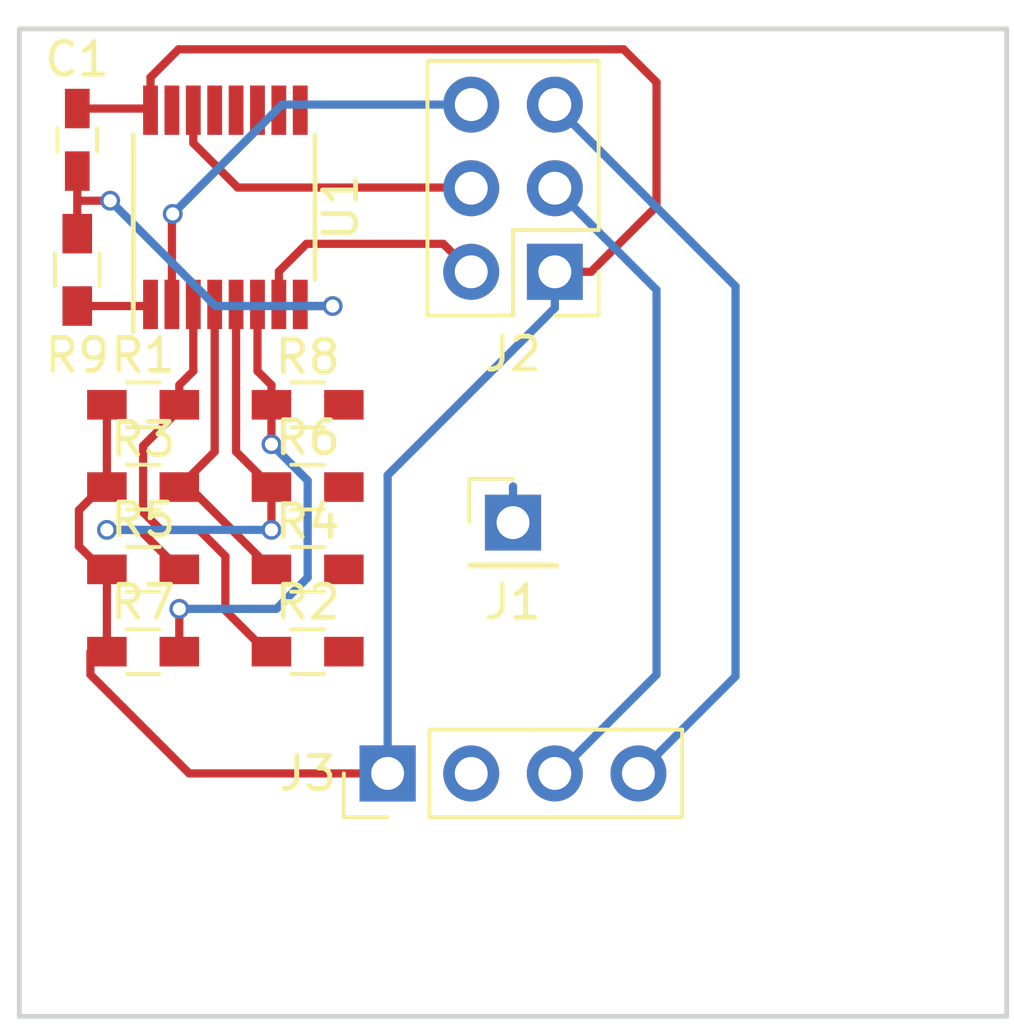
<source format=kicad_pcb>
(kicad_pcb (version 4) (host pcbnew 4.0.6)

  (general
    (links 29)
    (no_connects 1)
    (area 126.525 52.575 157.480001 83.820001)
    (thickness 1.6)
    (drawings 6)
    (tracks 96)
    (zones 0)
    (modules 14)
    (nets 19)
  )

  (page A4)
  (layers
    (0 F.Cu signal)
    (31 B.Cu signal)
    (32 B.Adhes user)
    (33 F.Adhes user)
    (34 B.Paste user)
    (35 F.Paste user)
    (36 B.SilkS user)
    (37 F.SilkS user)
    (38 B.Mask user)
    (39 F.Mask user)
    (40 Dwgs.User user)
    (41 Cmts.User user)
    (42 Eco1.User user)
    (43 Eco2.User user)
    (44 Edge.Cuts user)
    (45 Margin user)
    (46 B.CrtYd user)
    (47 F.CrtYd user)
    (48 B.Fab user)
    (49 F.Fab user)
  )

  (setup
    (last_trace_width 0.25)
    (trace_clearance 0.2)
    (zone_clearance 0.508)
    (zone_45_only no)
    (trace_min 0.2)
    (segment_width 0.2)
    (edge_width 0.15)
    (via_size 0.6)
    (via_drill 0.4)
    (via_min_size 0.4)
    (via_min_drill 0.3)
    (uvia_size 0.3)
    (uvia_drill 0.1)
    (uvias_allowed no)
    (uvia_min_size 0.2)
    (uvia_min_drill 0.1)
    (pcb_text_width 0.3)
    (pcb_text_size 1.5 1.5)
    (mod_edge_width 0.15)
    (mod_text_size 1 1)
    (mod_text_width 0.15)
    (pad_size 1.7 1.7)
    (pad_drill 1)
    (pad_to_mask_clearance 0.2)
    (aux_axis_origin 0 0)
    (visible_elements FFFFFF7F)
    (pcbplotparams
      (layerselection 0x00030_80000001)
      (usegerberextensions false)
      (excludeedgelayer true)
      (linewidth 0.100000)
      (plotframeref false)
      (viasonmask false)
      (mode 1)
      (useauxorigin false)
      (hpglpennumber 1)
      (hpglpenspeed 20)
      (hpglpendiameter 15)
      (hpglpenoverlay 2)
      (psnegative false)
      (psa4output false)
      (plotreference true)
      (plotvalue true)
      (plotinvisibletext false)
      (padsonsilk false)
      (subtractmaskfromsilk false)
      (outputformat 1)
      (mirror false)
      (drillshape 1)
      (scaleselection 1)
      (outputdirectory ""))
  )

  (net 0 "")
  (net 1 GND)
  (net 2 VCC)
  (net 3 /ID)
  (net 4 /D0)
  (net 5 /A0)
  (net 6 /D1)
  (net 7 /A1)
  (net 8 "Net-(R1-Pad2)")
  (net 9 "Net-(R3-Pad2)")
  (net 10 "Net-(R5-Pad2)")
  (net 11 "Net-(R7-Pad2)")
  (net 12 "Net-(R9-Pad1)")
  (net 13 "Net-(U1-Pad9)")
  (net 14 "Net-(U1-Pad10)")
  (net 15 "Net-(U1-Pad11)")
  (net 16 "Net-(U1-Pad12)")
  (net 17 "Net-(U1-Pad13)")
  (net 18 "Net-(U1-Pad15)")

  (net_class Default "Ceci est la Netclass par défaut"
    (clearance 0.2)
    (trace_width 0.25)
    (via_dia 0.6)
    (via_drill 0.4)
    (uvia_dia 0.3)
    (uvia_drill 0.1)
    (add_net /A0)
    (add_net /A1)
    (add_net /D0)
    (add_net /D1)
    (add_net /ID)
    (add_net GND)
    (add_net "Net-(R1-Pad2)")
    (add_net "Net-(R3-Pad2)")
    (add_net "Net-(R5-Pad2)")
    (add_net "Net-(R7-Pad2)")
    (add_net "Net-(R9-Pad1)")
    (add_net "Net-(U1-Pad10)")
    (add_net "Net-(U1-Pad11)")
    (add_net "Net-(U1-Pad12)")
    (add_net "Net-(U1-Pad13)")
    (add_net "Net-(U1-Pad15)")
    (add_net "Net-(U1-Pad9)")
    (add_net VCC)
  )

  (module Pin_Headers:Pin_Header_Straight_1x01_Pitch2.54mm (layer F.Cu) (tedit 58CD4EC1) (tstamp 58EE8E44)
    (at 142.24 68.58)
    (descr "Through hole straight pin header, 1x01, 2.54mm pitch, single row")
    (tags "Through hole pin header THT 1x01 2.54mm single row")
    (path /58EE9588)
    (fp_text reference J1 (at 0 2.42) (layer F.SilkS)
      (effects (font (size 1 1) (thickness 0.15)))
    )
    (fp_text value CONN_01X01 (at 0 2.33) (layer F.Fab)
      (effects (font (size 1 1) (thickness 0.15)))
    )
    (fp_line (start -1.27 -1.27) (end -1.27 1.27) (layer F.Fab) (width 0.1))
    (fp_line (start -1.27 1.27) (end 1.27 1.27) (layer F.Fab) (width 0.1))
    (fp_line (start 1.27 1.27) (end 1.27 -1.27) (layer F.Fab) (width 0.1))
    (fp_line (start 1.27 -1.27) (end -1.27 -1.27) (layer F.Fab) (width 0.1))
    (fp_line (start -1.33 1.27) (end -1.33 1.33) (layer F.SilkS) (width 0.12))
    (fp_line (start -1.33 1.33) (end 1.33 1.33) (layer F.SilkS) (width 0.12))
    (fp_line (start 1.33 1.33) (end 1.33 1.27) (layer F.SilkS) (width 0.12))
    (fp_line (start 1.33 1.27) (end -1.33 1.27) (layer F.SilkS) (width 0.12))
    (fp_line (start -1.33 0) (end -1.33 -1.33) (layer F.SilkS) (width 0.12))
    (fp_line (start -1.33 -1.33) (end 0 -1.33) (layer F.SilkS) (width 0.12))
    (fp_line (start -1.8 -1.8) (end -1.8 1.8) (layer F.CrtYd) (width 0.05))
    (fp_line (start -1.8 1.8) (end 1.8 1.8) (layer F.CrtYd) (width 0.05))
    (fp_line (start 1.8 1.8) (end 1.8 -1.8) (layer F.CrtYd) (width 0.05))
    (fp_line (start 1.8 -1.8) (end -1.8 -1.8) (layer F.CrtYd) (width 0.05))
    (fp_text user %R (at 0 2.42) (layer F.Fab)
      (effects (font (size 1 1) (thickness 0.15)))
    )
    (pad 1 thru_hole rect (at 0 0) (size 1.7 1.7) (drill 1) (layers *.Cu *.Mask)
      (net 1 GND))
    (model ${KISYS3DMOD}/Pin_Headers.3dshapes/Pin_Header_Straight_1x01_Pitch2.54mm.wrl
      (at (xyz 0 0 0))
      (scale (xyz 1 1 1))
      (rotate (xyz 0 0 90))
    )
  )

  (module Pin_Headers:Pin_Header_Straight_2x03_Pitch2.54mm (layer F.Cu) (tedit 58EE92D3) (tstamp 58EE8E4E)
    (at 143.51 60.96 180)
    (descr "Through hole straight pin header, 2x03, 2.54mm pitch, double rows")
    (tags "Through hole pin header THT 2x03 2.54mm double row")
    (path /58EE9727)
    (fp_text reference J2 (at 1.27 -2.5 180) (layer F.SilkS)
      (effects (font (size 1 1) (thickness 0.15)))
    )
    (fp_text value CONN_02X03 (at 1.27 7.41 180) (layer F.Fab)
      (effects (font (size 1 1) (thickness 0.15)))
    )
    (fp_line (start -1.27 -1.27) (end -1.27 6.35) (layer F.Fab) (width 0.1))
    (fp_line (start -1.27 6.35) (end 3.81 6.35) (layer F.Fab) (width 0.1))
    (fp_line (start 3.81 6.35) (end 3.81 -1.27) (layer F.Fab) (width 0.1))
    (fp_line (start 3.81 -1.27) (end -1.27 -1.27) (layer F.Fab) (width 0.1))
    (fp_line (start -1.33 1.27) (end -1.33 6.41) (layer F.SilkS) (width 0.12))
    (fp_line (start -1.33 6.41) (end 3.87 6.41) (layer F.SilkS) (width 0.12))
    (fp_line (start 3.87 6.41) (end 3.87 -1.33) (layer F.SilkS) (width 0.12))
    (fp_line (start 3.87 -1.33) (end 1.27 -1.33) (layer F.SilkS) (width 0.12))
    (fp_line (start 1.27 -1.33) (end 1.27 1.27) (layer F.SilkS) (width 0.12))
    (fp_line (start 1.27 1.27) (end -1.33 1.27) (layer F.SilkS) (width 0.12))
    (fp_line (start -1.33 0) (end -1.33 -1.33) (layer F.SilkS) (width 0.12))
    (fp_line (start -1.33 -1.33) (end 0 -1.33) (layer F.SilkS) (width 0.12))
    (fp_line (start -1.8 -1.8) (end -1.8 6.85) (layer F.CrtYd) (width 0.05))
    (fp_line (start -1.8 6.85) (end 4.35 6.85) (layer F.CrtYd) (width 0.05))
    (fp_line (start 4.35 6.85) (end 4.35 -1.8) (layer F.CrtYd) (width 0.05))
    (fp_line (start 4.35 -1.8) (end -1.8 -1.8) (layer F.CrtYd) (width 0.05))
    (fp_text user %R (at 1.27 -2.5 180) (layer F.Fab)
      (effects (font (size 1 1) (thickness 0.15)))
    )
    (pad 1 thru_hole rect (at 0 0 180) (size 1.7 1.7) (drill 1) (layers *.Cu *.Mask)
      (net 2 VCC))
    (pad 2 thru_hole oval (at 2.54 0 180) (size 1.7 1.7) (drill 1) (layers *.Cu *.Mask)
      (net 3 /ID))
    (pad 3 thru_hole oval (at 0 2.54 180) (size 1.7 1.7) (drill 1) (layers *.Cu *.Mask)
      (net 4 /D0))
    (pad 4 thru_hole oval (at 2.54 2.54 180) (size 1.7 1.7) (drill 1) (layers *.Cu *.Mask)
      (net 5 /A0))
    (pad 5 thru_hole oval (at 0 5.08 180) (size 1.7 1.7) (drill 1) (layers *.Cu *.Mask)
      (net 6 /D1))
    (pad 6 thru_hole oval (at 2.54 5.08 180) (size 1.7 1.7) (drill 1) (layers *.Cu *.Mask)
      (net 7 /A1))
    (model ${KISYS3DMOD}/Pin_Headers.3dshapes/Pin_Header_Straight_2x03_Pitch2.54mm.wrl
      (at (xyz 0.05 -0.1 0))
      (scale (xyz 1 1 1))
      (rotate (xyz 0 0 90))
    )
  )

  (module Resistors_SMD:R_0603_HandSoldering (layer F.Cu) (tedit 58E0A804) (tstamp 58EE8E54)
    (at 131 65)
    (descr "Resistor SMD 0603, hand soldering")
    (tags "resistor 0603")
    (path /58EE8B98)
    (attr smd)
    (fp_text reference R1 (at 0 -1.5) (layer F.SilkS)
      (effects (font (size 1 1) (thickness 0.15)))
    )
    (fp_text value R (at 0 1.55) (layer F.Fab)
      (effects (font (size 1 1) (thickness 0.15)))
    )
    (fp_text user %R (at 0 0) (layer F.Fab)
      (effects (font (size 0.5 0.5) (thickness 0.075)))
    )
    (fp_line (start -0.8 0.4) (end -0.8 -0.4) (layer F.Fab) (width 0.1))
    (fp_line (start 0.8 0.4) (end -0.8 0.4) (layer F.Fab) (width 0.1))
    (fp_line (start 0.8 -0.4) (end 0.8 0.4) (layer F.Fab) (width 0.1))
    (fp_line (start -0.8 -0.4) (end 0.8 -0.4) (layer F.Fab) (width 0.1))
    (fp_line (start 0.5 0.68) (end -0.5 0.68) (layer F.SilkS) (width 0.12))
    (fp_line (start -0.5 -0.68) (end 0.5 -0.68) (layer F.SilkS) (width 0.12))
    (fp_line (start -1.96 -0.7) (end 1.95 -0.7) (layer F.CrtYd) (width 0.05))
    (fp_line (start -1.96 -0.7) (end -1.96 0.7) (layer F.CrtYd) (width 0.05))
    (fp_line (start 1.95 0.7) (end 1.95 -0.7) (layer F.CrtYd) (width 0.05))
    (fp_line (start 1.95 0.7) (end -1.96 0.7) (layer F.CrtYd) (width 0.05))
    (pad 1 smd rect (at -1.1 0) (size 1.2 0.9) (layers F.Cu F.Paste F.Mask)
      (net 2 VCC))
    (pad 2 smd rect (at 1.1 0) (size 1.2 0.9) (layers F.Cu F.Paste F.Mask)
      (net 8 "Net-(R1-Pad2)"))
    (model ${KISYS3DMOD}/Resistors_SMD.3dshapes/R_0603.wrl
      (at (xyz 0 0 0))
      (scale (xyz 1 1 1))
      (rotate (xyz 0 0 0))
    )
  )

  (module Resistors_SMD:R_0603_HandSoldering (layer F.Cu) (tedit 58E0A804) (tstamp 58EE8E5A)
    (at 136 72.5)
    (descr "Resistor SMD 0603, hand soldering")
    (tags "resistor 0603")
    (path /58EE8A1B)
    (attr smd)
    (fp_text reference R2 (at 0 -1.5) (layer F.SilkS)
      (effects (font (size 1 1) (thickness 0.15)))
    )
    (fp_text value R (at 0 1.55) (layer F.Fab)
      (effects (font (size 1 1) (thickness 0.15)))
    )
    (fp_text user %R (at 0 0) (layer F.Fab)
      (effects (font (size 0.5 0.5) (thickness 0.075)))
    )
    (fp_line (start -0.8 0.4) (end -0.8 -0.4) (layer F.Fab) (width 0.1))
    (fp_line (start 0.8 0.4) (end -0.8 0.4) (layer F.Fab) (width 0.1))
    (fp_line (start 0.8 -0.4) (end 0.8 0.4) (layer F.Fab) (width 0.1))
    (fp_line (start -0.8 -0.4) (end 0.8 -0.4) (layer F.Fab) (width 0.1))
    (fp_line (start 0.5 0.68) (end -0.5 0.68) (layer F.SilkS) (width 0.12))
    (fp_line (start -0.5 -0.68) (end 0.5 -0.68) (layer F.SilkS) (width 0.12))
    (fp_line (start -1.96 -0.7) (end 1.95 -0.7) (layer F.CrtYd) (width 0.05))
    (fp_line (start -1.96 -0.7) (end -1.96 0.7) (layer F.CrtYd) (width 0.05))
    (fp_line (start 1.95 0.7) (end 1.95 -0.7) (layer F.CrtYd) (width 0.05))
    (fp_line (start 1.95 0.7) (end -1.96 0.7) (layer F.CrtYd) (width 0.05))
    (pad 1 smd rect (at -1.1 0) (size 1.2 0.9) (layers F.Cu F.Paste F.Mask)
      (net 8 "Net-(R1-Pad2)"))
    (pad 2 smd rect (at 1.1 0) (size 1.2 0.9) (layers F.Cu F.Paste F.Mask)
      (net 1 GND))
    (model ${KISYS3DMOD}/Resistors_SMD.3dshapes/R_0603.wrl
      (at (xyz 0 0 0))
      (scale (xyz 1 1 1))
      (rotate (xyz 0 0 0))
    )
  )

  (module Resistors_SMD:R_0603_HandSoldering (layer F.Cu) (tedit 58E0A804) (tstamp 58EE8E60)
    (at 131 67.5)
    (descr "Resistor SMD 0603, hand soldering")
    (tags "resistor 0603")
    (path /58EE8B6B)
    (attr smd)
    (fp_text reference R3 (at 0 -1.45) (layer F.SilkS)
      (effects (font (size 1 1) (thickness 0.15)))
    )
    (fp_text value R (at 0 1.55) (layer F.Fab)
      (effects (font (size 1 1) (thickness 0.15)))
    )
    (fp_text user %R (at 0 0) (layer F.Fab)
      (effects (font (size 0.5 0.5) (thickness 0.075)))
    )
    (fp_line (start -0.8 0.4) (end -0.8 -0.4) (layer F.Fab) (width 0.1))
    (fp_line (start 0.8 0.4) (end -0.8 0.4) (layer F.Fab) (width 0.1))
    (fp_line (start 0.8 -0.4) (end 0.8 0.4) (layer F.Fab) (width 0.1))
    (fp_line (start -0.8 -0.4) (end 0.8 -0.4) (layer F.Fab) (width 0.1))
    (fp_line (start 0.5 0.68) (end -0.5 0.68) (layer F.SilkS) (width 0.12))
    (fp_line (start -0.5 -0.68) (end 0.5 -0.68) (layer F.SilkS) (width 0.12))
    (fp_line (start -1.96 -0.7) (end 1.95 -0.7) (layer F.CrtYd) (width 0.05))
    (fp_line (start -1.96 -0.7) (end -1.96 0.7) (layer F.CrtYd) (width 0.05))
    (fp_line (start 1.95 0.7) (end 1.95 -0.7) (layer F.CrtYd) (width 0.05))
    (fp_line (start 1.95 0.7) (end -1.96 0.7) (layer F.CrtYd) (width 0.05))
    (pad 1 smd rect (at -1.1 0) (size 1.2 0.9) (layers F.Cu F.Paste F.Mask)
      (net 2 VCC))
    (pad 2 smd rect (at 1.1 0) (size 1.2 0.9) (layers F.Cu F.Paste F.Mask)
      (net 9 "Net-(R3-Pad2)"))
    (model ${KISYS3DMOD}/Resistors_SMD.3dshapes/R_0603.wrl
      (at (xyz 0 0 0))
      (scale (xyz 1 1 1))
      (rotate (xyz 0 0 0))
    )
  )

  (module Resistors_SMD:R_0603_HandSoldering (layer F.Cu) (tedit 58E0A804) (tstamp 58EE8E66)
    (at 136 70)
    (descr "Resistor SMD 0603, hand soldering")
    (tags "resistor 0603")
    (path /58EE8A72)
    (attr smd)
    (fp_text reference R4 (at 0 -1.45) (layer F.SilkS)
      (effects (font (size 1 1) (thickness 0.15)))
    )
    (fp_text value R (at 0 1.55) (layer F.Fab)
      (effects (font (size 1 1) (thickness 0.15)))
    )
    (fp_text user %R (at 0 0) (layer F.Fab)
      (effects (font (size 0.5 0.5) (thickness 0.075)))
    )
    (fp_line (start -0.8 0.4) (end -0.8 -0.4) (layer F.Fab) (width 0.1))
    (fp_line (start 0.8 0.4) (end -0.8 0.4) (layer F.Fab) (width 0.1))
    (fp_line (start 0.8 -0.4) (end 0.8 0.4) (layer F.Fab) (width 0.1))
    (fp_line (start -0.8 -0.4) (end 0.8 -0.4) (layer F.Fab) (width 0.1))
    (fp_line (start 0.5 0.68) (end -0.5 0.68) (layer F.SilkS) (width 0.12))
    (fp_line (start -0.5 -0.68) (end 0.5 -0.68) (layer F.SilkS) (width 0.12))
    (fp_line (start -1.96 -0.7) (end 1.95 -0.7) (layer F.CrtYd) (width 0.05))
    (fp_line (start -1.96 -0.7) (end -1.96 0.7) (layer F.CrtYd) (width 0.05))
    (fp_line (start 1.95 0.7) (end 1.95 -0.7) (layer F.CrtYd) (width 0.05))
    (fp_line (start 1.95 0.7) (end -1.96 0.7) (layer F.CrtYd) (width 0.05))
    (pad 1 smd rect (at -1.1 0) (size 1.2 0.9) (layers F.Cu F.Paste F.Mask)
      (net 9 "Net-(R3-Pad2)"))
    (pad 2 smd rect (at 1.1 0) (size 1.2 0.9) (layers F.Cu F.Paste F.Mask)
      (net 1 GND))
    (model ${KISYS3DMOD}/Resistors_SMD.3dshapes/R_0603.wrl
      (at (xyz 0 0 0))
      (scale (xyz 1 1 1))
      (rotate (xyz 0 0 0))
    )
  )

  (module Resistors_SMD:R_0603_HandSoldering (layer F.Cu) (tedit 58E0A804) (tstamp 58EE8E6C)
    (at 131 70)
    (descr "Resistor SMD 0603, hand soldering")
    (tags "resistor 0603")
    (path /58EE8B2E)
    (attr smd)
    (fp_text reference R5 (at 0 -1.5) (layer F.SilkS)
      (effects (font (size 1 1) (thickness 0.15)))
    )
    (fp_text value R (at 0 1.55) (layer F.Fab)
      (effects (font (size 1 1) (thickness 0.15)))
    )
    (fp_text user %R (at 0 0) (layer F.Fab)
      (effects (font (size 0.5 0.5) (thickness 0.075)))
    )
    (fp_line (start -0.8 0.4) (end -0.8 -0.4) (layer F.Fab) (width 0.1))
    (fp_line (start 0.8 0.4) (end -0.8 0.4) (layer F.Fab) (width 0.1))
    (fp_line (start 0.8 -0.4) (end 0.8 0.4) (layer F.Fab) (width 0.1))
    (fp_line (start -0.8 -0.4) (end 0.8 -0.4) (layer F.Fab) (width 0.1))
    (fp_line (start 0.5 0.68) (end -0.5 0.68) (layer F.SilkS) (width 0.12))
    (fp_line (start -0.5 -0.68) (end 0.5 -0.68) (layer F.SilkS) (width 0.12))
    (fp_line (start -1.96 -0.7) (end 1.95 -0.7) (layer F.CrtYd) (width 0.05))
    (fp_line (start -1.96 -0.7) (end -1.96 0.7) (layer F.CrtYd) (width 0.05))
    (fp_line (start 1.95 0.7) (end 1.95 -0.7) (layer F.CrtYd) (width 0.05))
    (fp_line (start 1.95 0.7) (end -1.96 0.7) (layer F.CrtYd) (width 0.05))
    (pad 1 smd rect (at -1.1 0) (size 1.2 0.9) (layers F.Cu F.Paste F.Mask)
      (net 2 VCC))
    (pad 2 smd rect (at 1.1 0) (size 1.2 0.9) (layers F.Cu F.Paste F.Mask)
      (net 10 "Net-(R5-Pad2)"))
    (model ${KISYS3DMOD}/Resistors_SMD.3dshapes/R_0603.wrl
      (at (xyz 0 0 0))
      (scale (xyz 1 1 1))
      (rotate (xyz 0 0 0))
    )
  )

  (module Resistors_SMD:R_0603_HandSoldering (layer F.Cu) (tedit 58E0A804) (tstamp 58EE8E72)
    (at 136 67.5)
    (descr "Resistor SMD 0603, hand soldering")
    (tags "resistor 0603")
    (path /58EE8A8D)
    (attr smd)
    (fp_text reference R6 (at 0 -1.5) (layer F.SilkS)
      (effects (font (size 1 1) (thickness 0.15)))
    )
    (fp_text value R (at 0 1.55) (layer F.Fab)
      (effects (font (size 1 1) (thickness 0.15)))
    )
    (fp_text user %R (at 0 0) (layer F.Fab)
      (effects (font (size 0.5 0.5) (thickness 0.075)))
    )
    (fp_line (start -0.8 0.4) (end -0.8 -0.4) (layer F.Fab) (width 0.1))
    (fp_line (start 0.8 0.4) (end -0.8 0.4) (layer F.Fab) (width 0.1))
    (fp_line (start 0.8 -0.4) (end 0.8 0.4) (layer F.Fab) (width 0.1))
    (fp_line (start -0.8 -0.4) (end 0.8 -0.4) (layer F.Fab) (width 0.1))
    (fp_line (start 0.5 0.68) (end -0.5 0.68) (layer F.SilkS) (width 0.12))
    (fp_line (start -0.5 -0.68) (end 0.5 -0.68) (layer F.SilkS) (width 0.12))
    (fp_line (start -1.96 -0.7) (end 1.95 -0.7) (layer F.CrtYd) (width 0.05))
    (fp_line (start -1.96 -0.7) (end -1.96 0.7) (layer F.CrtYd) (width 0.05))
    (fp_line (start 1.95 0.7) (end 1.95 -0.7) (layer F.CrtYd) (width 0.05))
    (fp_line (start 1.95 0.7) (end -1.96 0.7) (layer F.CrtYd) (width 0.05))
    (pad 1 smd rect (at -1.1 0) (size 1.2 0.9) (layers F.Cu F.Paste F.Mask)
      (net 10 "Net-(R5-Pad2)"))
    (pad 2 smd rect (at 1.1 0) (size 1.2 0.9) (layers F.Cu F.Paste F.Mask)
      (net 1 GND))
    (model ${KISYS3DMOD}/Resistors_SMD.3dshapes/R_0603.wrl
      (at (xyz 0 0 0))
      (scale (xyz 1 1 1))
      (rotate (xyz 0 0 0))
    )
  )

  (module Resistors_SMD:R_0603_HandSoldering (layer F.Cu) (tedit 58E0A804) (tstamp 58EE8E78)
    (at 131 72.5)
    (descr "Resistor SMD 0603, hand soldering")
    (tags "resistor 0603")
    (path /58EE8ADB)
    (attr smd)
    (fp_text reference R7 (at 0 -1.5) (layer F.SilkS)
      (effects (font (size 1 1) (thickness 0.15)))
    )
    (fp_text value R (at 0 1.55) (layer F.Fab)
      (effects (font (size 1 1) (thickness 0.15)))
    )
    (fp_text user %R (at 0 0) (layer F.Fab)
      (effects (font (size 0.5 0.5) (thickness 0.075)))
    )
    (fp_line (start -0.8 0.4) (end -0.8 -0.4) (layer F.Fab) (width 0.1))
    (fp_line (start 0.8 0.4) (end -0.8 0.4) (layer F.Fab) (width 0.1))
    (fp_line (start 0.8 -0.4) (end 0.8 0.4) (layer F.Fab) (width 0.1))
    (fp_line (start -0.8 -0.4) (end 0.8 -0.4) (layer F.Fab) (width 0.1))
    (fp_line (start 0.5 0.68) (end -0.5 0.68) (layer F.SilkS) (width 0.12))
    (fp_line (start -0.5 -0.68) (end 0.5 -0.68) (layer F.SilkS) (width 0.12))
    (fp_line (start -1.96 -0.7) (end 1.95 -0.7) (layer F.CrtYd) (width 0.05))
    (fp_line (start -1.96 -0.7) (end -1.96 0.7) (layer F.CrtYd) (width 0.05))
    (fp_line (start 1.95 0.7) (end 1.95 -0.7) (layer F.CrtYd) (width 0.05))
    (fp_line (start 1.95 0.7) (end -1.96 0.7) (layer F.CrtYd) (width 0.05))
    (pad 1 smd rect (at -1.1 0) (size 1.2 0.9) (layers F.Cu F.Paste F.Mask)
      (net 2 VCC))
    (pad 2 smd rect (at 1.1 0) (size 1.2 0.9) (layers F.Cu F.Paste F.Mask)
      (net 11 "Net-(R7-Pad2)"))
    (model ${KISYS3DMOD}/Resistors_SMD.3dshapes/R_0603.wrl
      (at (xyz 0 0 0))
      (scale (xyz 1 1 1))
      (rotate (xyz 0 0 0))
    )
  )

  (module Resistors_SMD:R_0603_HandSoldering (layer F.Cu) (tedit 58E0A804) (tstamp 58EE8E7E)
    (at 136 65)
    (descr "Resistor SMD 0603, hand soldering")
    (tags "resistor 0603")
    (path /58EE8AB0)
    (attr smd)
    (fp_text reference R8 (at 0 -1.45) (layer F.SilkS)
      (effects (font (size 1 1) (thickness 0.15)))
    )
    (fp_text value R (at 0 1.55) (layer F.Fab)
      (effects (font (size 1 1) (thickness 0.15)))
    )
    (fp_text user %R (at 0 0) (layer F.Fab)
      (effects (font (size 0.5 0.5) (thickness 0.075)))
    )
    (fp_line (start -0.8 0.4) (end -0.8 -0.4) (layer F.Fab) (width 0.1))
    (fp_line (start 0.8 0.4) (end -0.8 0.4) (layer F.Fab) (width 0.1))
    (fp_line (start 0.8 -0.4) (end 0.8 0.4) (layer F.Fab) (width 0.1))
    (fp_line (start -0.8 -0.4) (end 0.8 -0.4) (layer F.Fab) (width 0.1))
    (fp_line (start 0.5 0.68) (end -0.5 0.68) (layer F.SilkS) (width 0.12))
    (fp_line (start -0.5 -0.68) (end 0.5 -0.68) (layer F.SilkS) (width 0.12))
    (fp_line (start -1.96 -0.7) (end 1.95 -0.7) (layer F.CrtYd) (width 0.05))
    (fp_line (start -1.96 -0.7) (end -1.96 0.7) (layer F.CrtYd) (width 0.05))
    (fp_line (start 1.95 0.7) (end 1.95 -0.7) (layer F.CrtYd) (width 0.05))
    (fp_line (start 1.95 0.7) (end -1.96 0.7) (layer F.CrtYd) (width 0.05))
    (pad 1 smd rect (at -1.1 0) (size 1.2 0.9) (layers F.Cu F.Paste F.Mask)
      (net 11 "Net-(R7-Pad2)"))
    (pad 2 smd rect (at 1.1 0) (size 1.2 0.9) (layers F.Cu F.Paste F.Mask)
      (net 1 GND))
    (model ${KISYS3DMOD}/Resistors_SMD.3dshapes/R_0603.wrl
      (at (xyz 0 0 0))
      (scale (xyz 1 1 1))
      (rotate (xyz 0 0 0))
    )
  )

  (module Resistors_SMD:R_0603_HandSoldering (layer F.Cu) (tedit 58E0A804) (tstamp 58EE8E84)
    (at 129 60.9 90)
    (descr "Resistor SMD 0603, hand soldering")
    (tags "resistor 0603")
    (path /58EE927F)
    (attr smd)
    (fp_text reference R9 (at -2.6 0 180) (layer F.SilkS)
      (effects (font (size 1 1) (thickness 0.15)))
    )
    (fp_text value R (at 0 1.55 90) (layer F.Fab)
      (effects (font (size 1 1) (thickness 0.15)))
    )
    (fp_text user %R (at 0 0 90) (layer F.Fab)
      (effects (font (size 0.5 0.5) (thickness 0.075)))
    )
    (fp_line (start -0.8 0.4) (end -0.8 -0.4) (layer F.Fab) (width 0.1))
    (fp_line (start 0.8 0.4) (end -0.8 0.4) (layer F.Fab) (width 0.1))
    (fp_line (start 0.8 -0.4) (end 0.8 0.4) (layer F.Fab) (width 0.1))
    (fp_line (start -0.8 -0.4) (end 0.8 -0.4) (layer F.Fab) (width 0.1))
    (fp_line (start 0.5 0.68) (end -0.5 0.68) (layer F.SilkS) (width 0.12))
    (fp_line (start -0.5 -0.68) (end 0.5 -0.68) (layer F.SilkS) (width 0.12))
    (fp_line (start -1.96 -0.7) (end 1.95 -0.7) (layer F.CrtYd) (width 0.05))
    (fp_line (start -1.96 -0.7) (end -1.96 0.7) (layer F.CrtYd) (width 0.05))
    (fp_line (start 1.95 0.7) (end 1.95 -0.7) (layer F.CrtYd) (width 0.05))
    (fp_line (start 1.95 0.7) (end -1.96 0.7) (layer F.CrtYd) (width 0.05))
    (pad 1 smd rect (at -1.1 0 90) (size 1.2 0.9) (layers F.Cu F.Paste F.Mask)
      (net 12 "Net-(R9-Pad1)"))
    (pad 2 smd rect (at 1.1 0 90) (size 1.2 0.9) (layers F.Cu F.Paste F.Mask)
      (net 1 GND))
    (model ${KISYS3DMOD}/Resistors_SMD.3dshapes/R_0603.wrl
      (at (xyz 0 0 0))
      (scale (xyz 1 1 1))
      (rotate (xyz 0 0 0))
    )
  )

  (module Housings_SSOP:TSSOP-16_4.4x5mm_Pitch0.65mm (layer F.Cu) (tedit 54130A77) (tstamp 58EE8E98)
    (at 133.5 59 90)
    (descr "16-Lead Plastic Thin Shrink Small Outline (ST)-4.4 mm Body [TSSOP] (see Microchip Packaging Specification 00000049BS.pdf)")
    (tags "SSOP 0.65")
    (path /58EE8FE4)
    (attr smd)
    (fp_text reference U1 (at 0 3.5 90) (layer F.SilkS)
      (effects (font (size 1 1) (thickness 0.15)))
    )
    (fp_text value 74LS353 (at 0 3.55 90) (layer F.Fab)
      (effects (font (size 1 1) (thickness 0.15)))
    )
    (fp_line (start -1.2 -2.5) (end 2.2 -2.5) (layer F.Fab) (width 0.15))
    (fp_line (start 2.2 -2.5) (end 2.2 2.5) (layer F.Fab) (width 0.15))
    (fp_line (start 2.2 2.5) (end -2.2 2.5) (layer F.Fab) (width 0.15))
    (fp_line (start -2.2 2.5) (end -2.2 -1.5) (layer F.Fab) (width 0.15))
    (fp_line (start -2.2 -1.5) (end -1.2 -2.5) (layer F.Fab) (width 0.15))
    (fp_line (start -3.95 -2.9) (end -3.95 2.8) (layer F.CrtYd) (width 0.05))
    (fp_line (start 3.95 -2.9) (end 3.95 2.8) (layer F.CrtYd) (width 0.05))
    (fp_line (start -3.95 -2.9) (end 3.95 -2.9) (layer F.CrtYd) (width 0.05))
    (fp_line (start -3.95 2.8) (end 3.95 2.8) (layer F.CrtYd) (width 0.05))
    (fp_line (start -2.2 2.725) (end 2.2 2.725) (layer F.SilkS) (width 0.15))
    (fp_line (start -3.775 -2.8) (end 2.2 -2.8) (layer F.SilkS) (width 0.15))
    (fp_text user %R (at 0 0 90) (layer F.Fab)
      (effects (font (size 0.8 0.8) (thickness 0.15)))
    )
    (pad 1 smd rect (at -2.95 -2.275 90) (size 1.5 0.45) (layers F.Cu F.Paste F.Mask)
      (net 12 "Net-(R9-Pad1)"))
    (pad 2 smd rect (at -2.95 -1.625 90) (size 1.5 0.45) (layers F.Cu F.Paste F.Mask)
      (net 7 /A1))
    (pad 3 smd rect (at -2.95 -0.975 90) (size 1.5 0.45) (layers F.Cu F.Paste F.Mask)
      (net 8 "Net-(R1-Pad2)"))
    (pad 4 smd rect (at -2.95 -0.325 90) (size 1.5 0.45) (layers F.Cu F.Paste F.Mask)
      (net 9 "Net-(R3-Pad2)"))
    (pad 5 smd rect (at -2.95 0.325 90) (size 1.5 0.45) (layers F.Cu F.Paste F.Mask)
      (net 10 "Net-(R5-Pad2)"))
    (pad 6 smd rect (at -2.95 0.975 90) (size 1.5 0.45) (layers F.Cu F.Paste F.Mask)
      (net 11 "Net-(R7-Pad2)"))
    (pad 7 smd rect (at -2.95 1.625 90) (size 1.5 0.45) (layers F.Cu F.Paste F.Mask)
      (net 3 /ID))
    (pad 8 smd rect (at -2.95 2.275 90) (size 1.5 0.45) (layers F.Cu F.Paste F.Mask)
      (net 1 GND))
    (pad 9 smd rect (at 2.95 2.275 90) (size 1.5 0.45) (layers F.Cu F.Paste F.Mask)
      (net 13 "Net-(U1-Pad9)"))
    (pad 10 smd rect (at 2.95 1.625 90) (size 1.5 0.45) (layers F.Cu F.Paste F.Mask)
      (net 14 "Net-(U1-Pad10)"))
    (pad 11 smd rect (at 2.95 0.975 90) (size 1.5 0.45) (layers F.Cu F.Paste F.Mask)
      (net 15 "Net-(U1-Pad11)"))
    (pad 12 smd rect (at 2.95 0.325 90) (size 1.5 0.45) (layers F.Cu F.Paste F.Mask)
      (net 16 "Net-(U1-Pad12)"))
    (pad 13 smd rect (at 2.95 -0.325 90) (size 1.5 0.45) (layers F.Cu F.Paste F.Mask)
      (net 17 "Net-(U1-Pad13)"))
    (pad 14 smd rect (at 2.95 -0.975 90) (size 1.5 0.45) (layers F.Cu F.Paste F.Mask)
      (net 5 /A0))
    (pad 15 smd rect (at 2.95 -1.625 90) (size 1.5 0.45) (layers F.Cu F.Paste F.Mask)
      (net 18 "Net-(U1-Pad15)"))
    (pad 16 smd rect (at 2.95 -2.275 90) (size 1.5 0.45) (layers F.Cu F.Paste F.Mask)
      (net 2 VCC))
    (model ${KISYS3DMOD}/Housings_SSOP.3dshapes/TSSOP-16_4.4x5mm_Pitch0.65mm.wrl
      (at (xyz 0 0 0))
      (scale (xyz 1 1 1))
      (rotate (xyz 0 0 0))
    )
  )

  (module Pin_Headers:Pin_Header_Straight_1x04_Pitch2.54mm (layer F.Cu) (tedit 58CD4EC1) (tstamp 58EE943B)
    (at 138.43 76.2 90)
    (descr "Through hole straight pin header, 1x04, 2.54mm pitch, single row")
    (tags "Through hole pin header THT 1x04 2.54mm single row")
    (path /58EEA1C3)
    (fp_text reference J3 (at 0 -2.43 180) (layer F.SilkS)
      (effects (font (size 1 1) (thickness 0.15)))
    )
    (fp_text value CONN_01X04 (at 0 9.95 90) (layer F.Fab)
      (effects (font (size 1 1) (thickness 0.15)))
    )
    (fp_line (start -1.27 -1.27) (end -1.27 8.89) (layer F.Fab) (width 0.1))
    (fp_line (start -1.27 8.89) (end 1.27 8.89) (layer F.Fab) (width 0.1))
    (fp_line (start 1.27 8.89) (end 1.27 -1.27) (layer F.Fab) (width 0.1))
    (fp_line (start 1.27 -1.27) (end -1.27 -1.27) (layer F.Fab) (width 0.1))
    (fp_line (start -1.33 1.27) (end -1.33 8.95) (layer F.SilkS) (width 0.12))
    (fp_line (start -1.33 8.95) (end 1.33 8.95) (layer F.SilkS) (width 0.12))
    (fp_line (start 1.33 8.95) (end 1.33 1.27) (layer F.SilkS) (width 0.12))
    (fp_line (start 1.33 1.27) (end -1.33 1.27) (layer F.SilkS) (width 0.12))
    (fp_line (start -1.33 0) (end -1.33 -1.33) (layer F.SilkS) (width 0.12))
    (fp_line (start -1.33 -1.33) (end 0 -1.33) (layer F.SilkS) (width 0.12))
    (fp_line (start -1.8 -1.8) (end -1.8 9.4) (layer F.CrtYd) (width 0.05))
    (fp_line (start -1.8 9.4) (end 1.8 9.4) (layer F.CrtYd) (width 0.05))
    (fp_line (start 1.8 9.4) (end 1.8 -1.8) (layer F.CrtYd) (width 0.05))
    (fp_line (start 1.8 -1.8) (end -1.8 -1.8) (layer F.CrtYd) (width 0.05))
    (fp_text user %R (at 0 -2.43 180) (layer F.Fab)
      (effects (font (size 1 1) (thickness 0.15)))
    )
    (pad 1 thru_hole rect (at 0 0 90) (size 1.7 1.7) (drill 1) (layers *.Cu *.Mask)
      (net 2 VCC))
    (pad 2 thru_hole oval (at 0 2.54 90) (size 1.7 1.7) (drill 1) (layers *.Cu *.Mask)
      (net 1 GND))
    (pad 3 thru_hole oval (at 0 5.08 90) (size 1.7 1.7) (drill 1) (layers *.Cu *.Mask)
      (net 4 /D0))
    (pad 4 thru_hole oval (at 0 7.62 90) (size 1.7 1.7) (drill 1) (layers *.Cu *.Mask)
      (net 6 /D1))
    (model ${KISYS3DMOD}/Pin_Headers.3dshapes/Pin_Header_Straight_1x04_Pitch2.54mm.wrl
      (at (xyz 0 -0.15 0))
      (scale (xyz 1 1 1))
      (rotate (xyz 0 0 90))
    )
  )

  (module Capacitors_SMD:C_0603_HandSoldering (layer F.Cu) (tedit 58AA848B) (tstamp 58EE9C99)
    (at 129 56.95 270)
    (descr "Capacitor SMD 0603, hand soldering")
    (tags "capacitor 0603")
    (path /58EEA776)
    (attr smd)
    (fp_text reference C1 (at -2.45 0 360) (layer F.SilkS)
      (effects (font (size 1 1) (thickness 0.15)))
    )
    (fp_text value C (at 0 1.5 270) (layer F.Fab)
      (effects (font (size 1 1) (thickness 0.15)))
    )
    (fp_text user %R (at 0 -1.25 270) (layer F.Fab)
      (effects (font (size 1 1) (thickness 0.15)))
    )
    (fp_line (start -0.8 0.4) (end -0.8 -0.4) (layer F.Fab) (width 0.1))
    (fp_line (start 0.8 0.4) (end -0.8 0.4) (layer F.Fab) (width 0.1))
    (fp_line (start 0.8 -0.4) (end 0.8 0.4) (layer F.Fab) (width 0.1))
    (fp_line (start -0.8 -0.4) (end 0.8 -0.4) (layer F.Fab) (width 0.1))
    (fp_line (start -0.35 -0.6) (end 0.35 -0.6) (layer F.SilkS) (width 0.12))
    (fp_line (start 0.35 0.6) (end -0.35 0.6) (layer F.SilkS) (width 0.12))
    (fp_line (start -1.8 -0.65) (end 1.8 -0.65) (layer F.CrtYd) (width 0.05))
    (fp_line (start -1.8 -0.65) (end -1.8 0.65) (layer F.CrtYd) (width 0.05))
    (fp_line (start 1.8 0.65) (end 1.8 -0.65) (layer F.CrtYd) (width 0.05))
    (fp_line (start 1.8 0.65) (end -1.8 0.65) (layer F.CrtYd) (width 0.05))
    (pad 1 smd rect (at -0.95 0 270) (size 1.2 0.75) (layers F.Cu F.Paste F.Mask)
      (net 2 VCC))
    (pad 2 smd rect (at 0.95 0 270) (size 1.2 0.75) (layers F.Cu F.Paste F.Mask)
      (net 1 GND))
    (model Capacitors_SMD.3dshapes/C_0603.wrl
      (at (xyz 0 0 0))
      (scale (xyz 1 1 1))
      (rotate (xyz 0 0 0))
    )
  )

  (gr_line (start 142.24 66.04) (end 142.24 71.12) (angle 90) (layer F.Mask) (width 0.2))
  (gr_line (start 139.7 68.58) (end 144.78 68.58) (angle 90) (layer F.Mask) (width 0.2))
  (gr_line (start 127.24 53.58) (end 157.24 53.58) (layer Edge.Cuts) (width 0.15))
  (gr_line (start 127.24 83.58) (end 157.24 83.58) (layer Edge.Cuts) (width 0.15))
  (gr_line (start 127.24 53.58) (end 127.24 83.58) (layer Edge.Cuts) (width 0.15))
  (gr_line (start 157.24 53.58) (end 157.24 83.58) (layer Edge.Cuts) (width 0.15))

  (segment (start 136.76 62) (end 135.825 62) (width 0.25) (layer F.Cu) (net 1))
  (segment (start 135.825 62) (end 135.775 61.95) (width 0.25) (layer F.Cu) (net 1))
  (via (at 136.76 62) (size 0.6) (drill 0.4) (layers F.Cu B.Cu) (net 1))
  (segment (start 142.24 68.58) (end 142.24 67.48) (width 0.25) (layer B.Cu) (net 1))
  (segment (start 136.76 62) (end 133.2 62) (width 0.25) (layer B.Cu) (net 1))
  (segment (start 129 58.8) (end 130 58.8) (width 0.25) (layer F.Cu) (net 1))
  (via (at 130 58.8) (size 0.6) (drill 0.4) (layers F.Cu B.Cu) (net 1))
  (segment (start 130 58.8) (end 133.2 62) (width 0.25) (layer B.Cu) (net 1) (tstamp 58EF20B7))
  (segment (start 129 59.8) (end 129 58.8) (width 0.25) (layer F.Cu) (net 1))
  (segment (start 129 58.8) (end 129 57.9) (width 0.25) (layer F.Cu) (net 1) (tstamp 58EF20B3))
  (segment (start 145.6 54.2) (end 132.075 54.2) (width 0.25) (layer F.Cu) (net 2))
  (segment (start 132.075 54.2) (end 131.225 55.05) (width 0.25) (layer F.Cu) (net 2))
  (segment (start 131.225 55.05) (end 131.225 56.05) (width 0.25) (layer F.Cu) (net 2))
  (segment (start 146.6 55.2) (end 145.6 54.2) (width 0.25) (layer F.Cu) (net 2))
  (segment (start 146.6 58.97) (end 146.6 55.2) (width 0.25) (layer F.Cu) (net 2))
  (segment (start 143.51 60.96) (end 144.61 60.96) (width 0.25) (layer F.Cu) (net 2))
  (segment (start 144.61 60.96) (end 146.6 58.97) (width 0.25) (layer F.Cu) (net 2))
  (segment (start 138.43 76.2) (end 138.43 67.14) (width 0.25) (layer B.Cu) (net 2))
  (segment (start 138.43 67.14) (end 143.51 62.06) (width 0.25) (layer B.Cu) (net 2))
  (segment (start 143.51 62.06) (end 143.51 60.96) (width 0.25) (layer B.Cu) (net 2))
  (segment (start 129 56) (end 131.175 56) (width 0.25) (layer F.Cu) (net 2))
  (segment (start 131.175 56) (end 131.225 56.05) (width 0.25) (layer F.Cu) (net 2))
  (segment (start 129.9 70) (end 129.75 70) (width 0.25) (layer F.Cu) (net 2))
  (segment (start 129.75 70) (end 129.05 69.3) (width 0.25) (layer F.Cu) (net 2))
  (segment (start 129.05 69.3) (end 129.05 68.2) (width 0.25) (layer F.Cu) (net 2))
  (segment (start 129.05 68.2) (end 129.75 67.5) (width 0.25) (layer F.Cu) (net 2))
  (segment (start 129.75 67.5) (end 129.9 67.5) (width 0.25) (layer F.Cu) (net 2))
  (segment (start 129.9 67.5) (end 129.9 66.8) (width 0.25) (layer F.Cu) (net 2))
  (segment (start 129.9 66.8) (end 129.9 65) (width 0.25) (layer F.Cu) (net 2))
  (segment (start 129.9 72.5) (end 129.9 70) (width 0.25) (layer F.Cu) (net 2))
  (segment (start 129.4 72.5) (end 129.4 73.2) (width 0.25) (layer F.Cu) (net 2))
  (segment (start 129.4 73.2) (end 132.4 76.2) (width 0.25) (layer F.Cu) (net 2))
  (segment (start 132.4 76.2) (end 137.33 76.2) (width 0.25) (layer F.Cu) (net 2))
  (segment (start 137.33 76.2) (end 138.43 76.2) (width 0.25) (layer F.Cu) (net 2))
  (segment (start 135.125 61.95) (end 135.125 60.95) (width 0.25) (layer F.Cu) (net 3))
  (segment (start 140.120001 60.110001) (end 140.97 60.96) (width 0.25) (layer F.Cu) (net 3))
  (segment (start 135.964999 60.110001) (end 140.120001 60.110001) (width 0.25) (layer F.Cu) (net 3))
  (segment (start 135.125 60.95) (end 135.964999 60.110001) (width 0.25) (layer F.Cu) (net 3))
  (segment (start 143.51 76.2) (end 143.6 76.2) (width 0.25) (layer B.Cu) (net 4))
  (segment (start 143.6 76.2) (end 146.6 73.2) (width 0.25) (layer B.Cu) (net 4) (tstamp 58EF203B))
  (segment (start 146.6 61.51) (end 143.51 58.42) (width 0.25) (layer B.Cu) (net 4) (tstamp 58EF2048))
  (segment (start 146.6 73.2) (end 146.6 61.51) (width 0.25) (layer B.Cu) (net 4) (tstamp 58EF2042))
  (segment (start 132.525 56.05) (end 132.525 57.05) (width 0.25) (layer F.Cu) (net 5))
  (segment (start 132.525 57.05) (end 133.875 58.4) (width 0.25) (layer F.Cu) (net 5))
  (segment (start 133.875 58.4) (end 140.95 58.4) (width 0.25) (layer F.Cu) (net 5))
  (segment (start 140.95 58.4) (end 140.97 58.42) (width 0.25) (layer F.Cu) (net 5))
  (segment (start 143.51 55.88) (end 143.51 55.91) (width 0.25) (layer B.Cu) (net 6))
  (segment (start 143.51 55.91) (end 149 61.4) (width 0.25) (layer B.Cu) (net 6) (tstamp 58EF1FF9))
  (segment (start 149 73.25) (end 146.05 76.2) (width 0.25) (layer B.Cu) (net 6) (tstamp 58EF2006))
  (segment (start 149 61.4) (end 149 73.25) (width 0.25) (layer B.Cu) (net 6) (tstamp 58EF1FFE))
  (segment (start 131.9 59.2) (end 135.22 55.88) (width 0.25) (layer B.Cu) (net 7))
  (segment (start 135.22 55.88) (end 140.97 55.88) (width 0.25) (layer B.Cu) (net 7))
  (segment (start 131.875 61.95) (end 131.875 59.225) (width 0.25) (layer F.Cu) (net 7))
  (segment (start 131.875 59.225) (end 131.9 59.2) (width 0.25) (layer F.Cu) (net 7))
  (via (at 131.9 59.2) (size 0.6) (drill 0.4) (layers F.Cu B.Cu) (net 7))
  (segment (start 131 66.25) (end 131 68.26359) (width 0.25) (layer F.Cu) (net 8))
  (segment (start 131 68.26359) (end 131.53641 68.8) (width 0.25) (layer F.Cu) (net 8))
  (segment (start 131.53641 68.8) (end 132.7 68.8) (width 0.25) (layer F.Cu) (net 8))
  (segment (start 132.7 68.8) (end 133.5 69.6) (width 0.25) (layer F.Cu) (net 8))
  (segment (start 133.5 69.6) (end 133.5 71.25) (width 0.25) (layer F.Cu) (net 8))
  (segment (start 133.5 71.25) (end 134.75 72.5) (width 0.25) (layer F.Cu) (net 8))
  (segment (start 134.75 72.5) (end 134.9 72.5) (width 0.25) (layer F.Cu) (net 8))
  (segment (start 132.1 65) (end 132.1 65.15) (width 0.25) (layer F.Cu) (net 8))
  (segment (start 132.1 65.15) (end 131 66.25) (width 0.25) (layer F.Cu) (net 8) (tstamp 58EE97F7))
  (segment (start 132.525 61.95) (end 132.525 63.975) (width 0.25) (layer F.Cu) (net 8))
  (segment (start 132.1 64.4) (end 132.1 65) (width 0.25) (layer F.Cu) (net 8) (tstamp 58EE96FE))
  (segment (start 132.525 63.975) (end 132.1 64.4) (width 0.25) (layer F.Cu) (net 8) (tstamp 58EE96FD))
  (segment (start 132.1 67.5) (end 132.4 67.5) (width 0.25) (layer F.Cu) (net 9))
  (segment (start 132.4 67.5) (end 134.9 70) (width 0.25) (layer F.Cu) (net 9) (tstamp 58EE97E1))
  (segment (start 132.1 67.5) (end 132.1 67.65) (width 0.25) (layer F.Cu) (net 9))
  (segment (start 133.175 61.95) (end 133.175 66.425) (width 0.25) (layer F.Cu) (net 9))
  (segment (start 133.175 66.425) (end 132.1 67.5) (width 0.25) (layer F.Cu) (net 9) (tstamp 58EE9703))
  (segment (start 129.9 68.8) (end 134.9 68.8) (width 0.25) (layer B.Cu) (net 10))
  (segment (start 129.9 68.8) (end 130.9 68.8) (width 0.25) (layer F.Cu) (net 10))
  (segment (start 130.9 68.8) (end 132.1 70) (width 0.25) (layer F.Cu) (net 10))
  (segment (start 134.9 68.8) (end 134.9 67.5) (width 0.25) (layer F.Cu) (net 10))
  (via (at 129.9 68.8) (size 0.6) (drill 0.4) (layers F.Cu B.Cu) (net 10))
  (via (at 134.9 68.8) (size 0.6) (drill 0.4) (layers F.Cu B.Cu) (net 10))
  (segment (start 132.1 70) (end 132.1 69.85) (width 0.25) (layer F.Cu) (net 10))
  (segment (start 134.9 67.5) (end 134.9 67.65) (width 0.25) (layer F.Cu) (net 10))
  (segment (start 133.825 61.95) (end 133.825 66.425) (width 0.25) (layer F.Cu) (net 10))
  (segment (start 133.825 66.425) (end 134.9 67.5) (width 0.25) (layer F.Cu) (net 10) (tstamp 58EE96BF))
  (segment (start 136 70.25) (end 135.05 71.2) (width 0.25) (layer B.Cu) (net 11))
  (segment (start 135.05 71.2) (end 132.1 71.2) (width 0.25) (layer B.Cu) (net 11))
  (segment (start 136 67.3) (end 136 70.25) (width 0.25) (layer B.Cu) (net 11))
  (segment (start 134.9 66.2) (end 136 67.3) (width 0.25) (layer B.Cu) (net 11))
  (segment (start 134.9 65) (end 134.9 66.2) (width 0.25) (layer F.Cu) (net 11))
  (via (at 134.9 66.2) (size 0.6) (drill 0.4) (layers F.Cu B.Cu) (net 11))
  (segment (start 132.1 72.5) (end 132.1 71.2) (width 0.25) (layer F.Cu) (net 11))
  (via (at 132.1 71.2) (size 0.6) (drill 0.4) (layers F.Cu B.Cu) (net 11))
  (segment (start 134.9 65) (end 134.9 65.15) (width 0.25) (layer F.Cu) (net 11))
  (segment (start 134.9 65) (end 134.9 64.4) (width 0.25) (layer F.Cu) (net 11))
  (segment (start 134.475 63.975) (end 134.475 61.95) (width 0.25) (layer F.Cu) (net 11) (tstamp 58EE9687))
  (segment (start 134.9 64.4) (end 134.475 63.975) (width 0.25) (layer F.Cu) (net 11) (tstamp 58EE9685))
  (segment (start 129 62) (end 131.175 62) (width 0.25) (layer F.Cu) (net 12))
  (segment (start 131.175 62) (end 131.225 61.95) (width 0.25) (layer F.Cu) (net 12))

  (zone (net 1) (net_name GND) (layer F.Cu) (tstamp 58EE9241) (hatch edge 0.508)
    (connect_pads (clearance 0.508))
    (min_thickness 0.254)
    (fill (arc_segments 16) (thermal_gap 0.508) (thermal_bridge_width 0.508))
    (polygon
      (pts
        (xy 157.48 83.82) (xy 127 83.82) (xy 127 53.34) (xy 157.48 53.34)
      )
    )
  )
  (zone (net 1) (net_name GND) (layer B.Cu) (tstamp 0) (hatch edge 0.508)
    (connect_pads (clearance 0.508))
    (min_thickness 0.254)
    (fill (arc_segments 16) (thermal_gap 0.508) (thermal_bridge_width 0.508))
    (polygon
      (pts
        (xy 127 53.34) (xy 157.48 53.34) (xy 157.48 83.82) (xy 127 83.82)
      )
    )
  )
)

</source>
